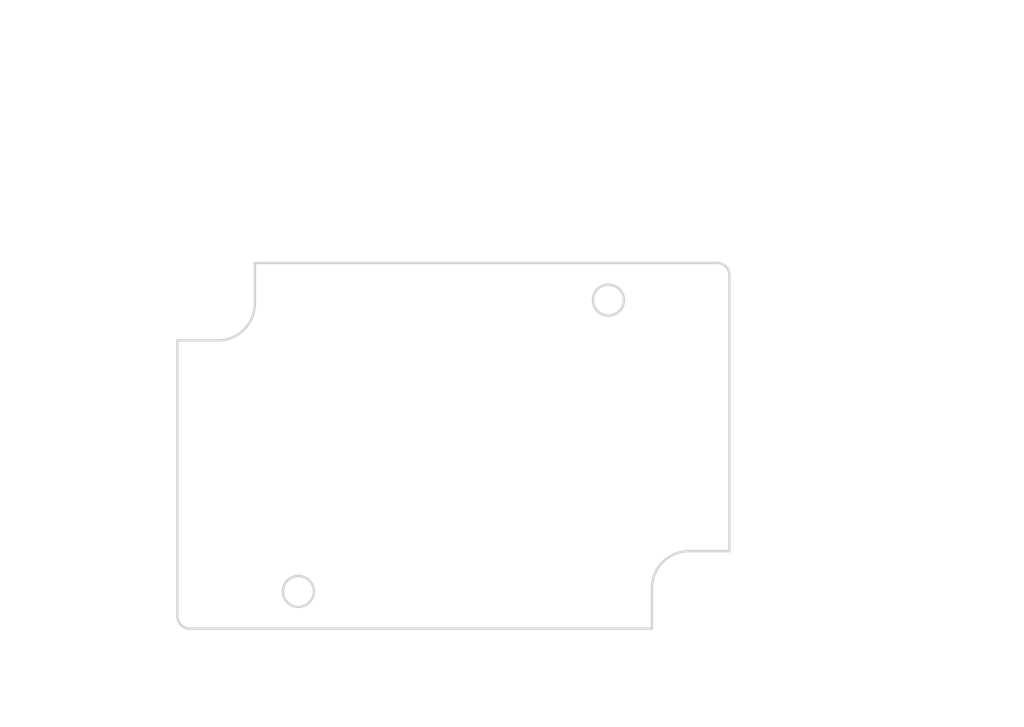
<source format=kicad_pcb>
(kicad_pcb (version 20171130) (host pcbnew "(5.1.0)-1")

  (general
    (thickness 1.6)
    (drawings 70)
    (tracks 0)
    (zones 0)
    (modules 0)
    (nets 1)
  )

  (page A4)
  (layers
    (0 F.Cu signal)
    (31 B.Cu signal)
    (32 B.Adhes user)
    (33 F.Adhes user)
    (34 B.Paste user)
    (35 F.Paste user)
    (36 B.SilkS user)
    (37 F.SilkS user)
    (38 B.Mask user)
    (39 F.Mask user)
    (40 Dwgs.User user)
    (41 Cmts.User user)
    (42 Eco1.User user)
    (43 Eco2.User user)
    (44 Edge.Cuts user)
    (45 Margin user)
    (46 B.CrtYd user)
    (47 F.CrtYd user)
    (48 B.Fab user)
    (49 F.Fab user)
  )

  (setup
    (last_trace_width 0.25)
    (trace_clearance 0.2)
    (zone_clearance 0.508)
    (zone_45_only no)
    (trace_min 0.2)
    (via_size 0.8)
    (via_drill 0.4)
    (via_min_size 0.4)
    (via_min_drill 0.3)
    (uvia_size 0.3)
    (uvia_drill 0.1)
    (uvias_allowed no)
    (uvia_min_size 0.2)
    (uvia_min_drill 0.1)
    (edge_width 0.05)
    (segment_width 0.2)
    (pcb_text_width 0.3)
    (pcb_text_size 1.5 1.5)
    (mod_edge_width 0.12)
    (mod_text_size 1 1)
    (mod_text_width 0.15)
    (pad_size 1.524 1.524)
    (pad_drill 0.762)
    (pad_to_mask_clearance 0.051)
    (solder_mask_min_width 0.25)
    (aux_axis_origin 0 0)
    (visible_elements FFFFFF7F)
    (pcbplotparams
      (layerselection 0x010fc_ffffffff)
      (usegerberextensions false)
      (usegerberattributes false)
      (usegerberadvancedattributes false)
      (creategerberjobfile false)
      (excludeedgelayer true)
      (linewidth 0.152400)
      (plotframeref false)
      (viasonmask false)
      (mode 1)
      (useauxorigin false)
      (hpglpennumber 1)
      (hpglpenspeed 20)
      (hpglpendiameter 15.000000)
      (psnegative false)
      (psa4output false)
      (plotreference true)
      (plotvalue true)
      (plotinvisibletext false)
      (padsonsilk false)
      (subtractmaskfromsilk false)
      (outputformat 1)
      (mirror false)
      (drillshape 1)
      (scaleselection 1)
      (outputdirectory ""))
  )

  (net 0 "")

  (net_class Default "This is the default net class."
    (clearance 0.2)
    (trace_width 0.25)
    (via_dia 0.8)
    (via_drill 0.4)
    (uvia_dia 0.3)
    (uvia_drill 0.1)
  )

  (gr_arc (start 165.628012 92.206606) (end 166.628012 92.206606) (angle -90) (layer Edge.Cuts) (width 0.2))
  (gr_circle (center 156.878012 94.206606) (end 158.128012 94.206606) (layer Edge.Cuts) (width 0.2))
  (gr_line (start 128.378012 91.206606) (end 165.628012 91.206606) (layer Edge.Cuts) (width 0.2))
  (gr_line (start 160.378012 120.706606) (end 123.128012 120.706606) (layer Edge.Cuts) (width 0.2))
  (gr_arc (start 123.128012 119.706606) (end 122.128012 119.706606) (angle -90) (layer Edge.Cuts) (width 0.2))
  (gr_line (start 122.128012 119.706606) (end 122.128012 97.456606) (layer Edge.Cuts) (width 0.2))
  (gr_line (start 122.128012 97.456606) (end 125.378012 97.456606) (layer Edge.Cuts) (width 0.2))
  (gr_arc (start 125.378012 94.456606) (end 125.378012 97.456606) (angle -90) (layer Edge.Cuts) (width 0.2))
  (gr_line (start 128.378012 94.456606) (end 128.378012 91.206606) (layer Edge.Cuts) (width 0.2))
  (gr_line (start 166.628012 92.206606) (end 166.628012 114.456606) (layer Edge.Cuts) (width 0.2))
  (gr_line (start 166.628012 114.456606) (end 163.378012 114.456606) (layer Edge.Cuts) (width 0.2))
  (gr_arc (start 163.378012 117.456606) (end 163.378012 114.456606) (angle -90) (layer Edge.Cuts) (width 0.2))
  (gr_line (start 160.378012 117.456606) (end 160.378012 120.706606) (layer Edge.Cuts) (width 0.2))
  (gr_circle (center 131.878012 117.706606) (end 133.128012 117.706606) (layer Edge.Cuts) (width 0.2))
  (gr_text [.92] (at 177.877794 104.721067) (layer Dwgs.User)
    (effects (font (size 1.7 1.53) (thickness 0.2125)))
  )
  (gr_text " 23.25" (at 177.877794 101.163052) (layer Dwgs.User)
    (effects (font (size 1.7 1.53) (thickness 0.2125)))
  )
  (gr_line (start 177.877794 112.456606) (end 177.877794 106.389621) (layer Dwgs.User) (width 0.2))
  (gr_line (start 177.877794 93.206606) (end 177.877794 99.273591) (layer Dwgs.User) (width 0.2))
  (gr_line (start 167.628012 114.456606) (end 181.052794 114.456606) (layer Dwgs.User) (width 0.2))
  (gr_line (start 166.628012 91.206606) (end 181.052794 91.206606) (layer Dwgs.User) (width 0.2))
  (gr_text [1.16] (at 186.35694 110.963128) (layer Dwgs.User)
    (effects (font (size 1.7 1.53) (thickness 0.2125)))
  )
  (gr_text " 29.50" (at 186.35694 107.405692) (layer Dwgs.User)
    (effects (font (size 1.7 1.53) (thickness 0.2125)))
  )
  (gr_line (start 186.35694 118.706606) (end 186.35694 112.631102) (layer Dwgs.User) (width 0.2))
  (gr_line (start 186.35694 93.206606) (end 186.35694 105.516231) (layer Dwgs.User) (width 0.2))
  (gr_line (start 161.378012 120.706606) (end 189.53194 120.706606) (layer Dwgs.User) (width 0.2))
  (gr_line (start 166.628012 91.206606) (end 189.53194 91.206606) (layer Dwgs.User) (width 0.2))
  (gr_text [R0.04] (at 112.328172 124.097899) (layer Dwgs.User)
    (effects (font (size 1.7 1.53) (thickness 0.2125)))
  )
  (gr_text " R1.00" (at 112.328172 120.540464) (layer Dwgs.User)
    (effects (font (size 1.7 1.53) (thickness 0.2125)))
  )
  (gr_line (start 118.798943 122.208438) (end 120.530571 121.207705) (layer Dwgs.User) (width 0.2))
  (gr_line (start 116.798943 122.208438) (end 118.798943 122.208438) (layer Dwgs.User) (width 0.2))
  (gr_text [R0.12] (at 137.497167 100.480769) (layer Dwgs.User)
    (effects (font (size 1.7 1.53) (thickness 0.2125)))
  )
  (gr_text " R3.00" (at 137.497167 96.922754) (layer Dwgs.User)
    (effects (font (size 1.7 1.53) (thickness 0.2125)))
  )
  (gr_line (start 131.026396 98.591308) (end 129.412572 97.409964) (layer Dwgs.User) (width 0.2))
  (gr_line (start 133.026396 98.591308) (end 131.026396 98.591308) (layer Dwgs.User) (width 0.2))
  (gr_text [.12] (at 171.935144 85.123735) (layer Dwgs.User)
    (effects (font (size 1.7 1.53) (thickness 0.2125)))
  )
  (gr_text " 3.00" (at 171.935144 81.56572) (layer Dwgs.User)
    (effects (font (size 1.7 1.53) (thickness 0.2125)))
  )
  (gr_line (start 166.550935 83.234274) (end 168.550935 83.234274) (layer Dwgs.User) (width 0.2))
  (gr_line (start 166.550935 89.206606) (end 166.550935 83.234274) (layer Dwgs.User) (width 0.2))
  (gr_line (start 157.878012 94.206606) (end 169.725935 94.206606) (layer Dwgs.User) (width 0.2))
  (gr_line (start 166.628012 91.206606) (end 169.725935 91.206606) (layer Dwgs.User) (width 0.2))
  (gr_text [.38] (at 150.918455 88.975676) (layer Dwgs.User)
    (effects (font (size 1.7 1.53) (thickness 0.2125)))
  )
  (gr_text " 9.75" (at 150.918455 85.418241) (layer Dwgs.User)
    (effects (font (size 1.7 1.53) (thickness 0.2125)))
  )
  (gr_line (start 156.878012 87.086215) (end 154.311941 87.086215) (layer Dwgs.User) (width 0.2))
  (gr_line (start 164.628012 87.086215) (end 158.878012 87.086215) (layer Dwgs.User) (width 0.2))
  (gr_line (start 156.878012 93.206606) (end 156.878012 83.911215) (layer Dwgs.User) (width 0.2))
  (gr_line (start 166.628012 91.206606) (end 166.628012 83.911215) (layer Dwgs.User) (width 0.2))
  (gr_text [.98] (at 144.378012 127.271066) (layer Dwgs.User)
    (effects (font (size 1.7 1.53) (thickness 0.2125)))
  )
  (gr_text " 25.00" (at 144.378012 123.713631) (layer Dwgs.User)
    (effects (font (size 1.7 1.53) (thickness 0.2125)))
  )
  (gr_line (start 133.878012 125.381605) (end 140.333401 125.381605) (layer Dwgs.User) (width 0.2))
  (gr_line (start 154.878012 125.381605) (end 148.422623 125.381605) (layer Dwgs.User) (width 0.2))
  (gr_line (start 131.878012 118.706606) (end 131.878012 128.556605) (layer Dwgs.User) (width 0.2))
  (gr_line (start 156.878012 95.206606) (end 156.878012 128.556605) (layer Dwgs.User) (width 0.2))
  (gr_text [.93] (at 114.928697 107.846067) (layer Dwgs.User)
    (effects (font (size 1.7 1.53) (thickness 0.2125)))
  )
  (gr_text " 23.50" (at 114.928697 104.288052) (layer Dwgs.User)
    (effects (font (size 1.7 1.53) (thickness 0.2125)))
  )
  (gr_line (start 114.928697 115.706606) (end 114.928697 109.514621) (layer Dwgs.User) (width 0.2))
  (gr_line (start 114.928697 96.206606) (end 114.928697 102.398591) (layer Dwgs.User) (width 0.2))
  (gr_line (start 130.878012 117.706606) (end 111.753697 117.706606) (layer Dwgs.User) (width 0.2))
  (gr_line (start 155.878012 94.206606) (end 111.753697 94.206606) (layer Dwgs.User) (width 0.2))
  (gr_text [1.51] (at 147.503012 81.365712) (layer Dwgs.User)
    (effects (font (size 1.7 1.53) (thickness 0.2125)))
  )
  (gr_text " 38.25" (at 147.503012 77.807697) (layer Dwgs.User)
    (effects (font (size 1.7 1.53) (thickness 0.2125)))
  )
  (gr_line (start 164.628012 79.476251) (end 151.5569 79.476251) (layer Dwgs.User) (width 0.2))
  (gr_line (start 130.378012 79.476251) (end 143.449124 79.476251) (layer Dwgs.User) (width 0.2))
  (gr_line (start 166.628012 91.206606) (end 166.628012 76.301251) (layer Dwgs.User) (width 0.2))
  (gr_line (start 128.378012 90.206606) (end 128.378012 76.301251) (layer Dwgs.User) (width 0.2))
  (gr_text [1.75] (at 144.378012 75.161566) (layer Dwgs.User)
    (effects (font (size 1.7 1.53) (thickness 0.2125)))
  )
  (gr_text " 44.50" (at 144.378012 71.60413) (layer Dwgs.User)
    (effects (font (size 1.7 1.53) (thickness 0.2125)))
  )
  (gr_line (start 124.128012 73.272104) (end 140.333401 73.272104) (layer Dwgs.User) (width 0.2))
  (gr_line (start 164.628012 73.272104) (end 148.422623 73.272104) (layer Dwgs.User) (width 0.2))
  (gr_line (start 122.128012 96.456606) (end 122.128012 70.097104) (layer Dwgs.User) (width 0.2))
  (gr_line (start 166.628012 91.206606) (end 166.628012 70.097104) (layer Dwgs.User) (width 0.2))

)

</source>
